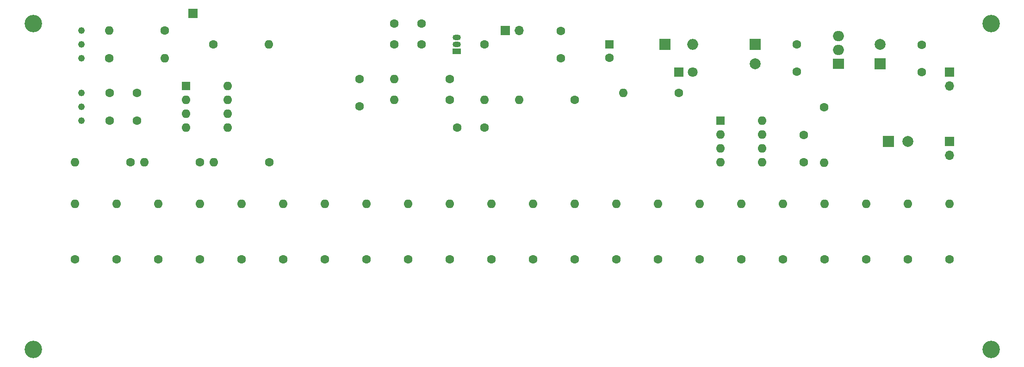
<source format=gbs>
%TF.GenerationSoftware,KiCad,Pcbnew,7.0.7*%
%TF.CreationDate,2023-11-25T21:21:33+09:00*%
%TF.ProjectId,StylophoneV1,5374796c-6f70-4686-9f6e-6556312e6b69,rev?*%
%TF.SameCoordinates,Original*%
%TF.FileFunction,Soldermask,Bot*%
%TF.FilePolarity,Negative*%
%FSLAX46Y46*%
G04 Gerber Fmt 4.6, Leading zero omitted, Abs format (unit mm)*
G04 Created by KiCad (PCBNEW 7.0.7) date 2023-11-25 21:21:33*
%MOMM*%
%LPD*%
G01*
G04 APERTURE LIST*
%ADD10C,3.200000*%
%ADD11R,1.700000X1.700000*%
%ADD12O,1.700000X1.700000*%
%ADD13O,2.000000X1.905000*%
%ADD14R,2.000000X1.905000*%
%ADD15O,1.600000X1.600000*%
%ADD16R,1.600000X1.600000*%
%ADD17C,1.600000*%
%ADD18C,1.240000*%
%ADD19O,1.500000X1.050000*%
%ADD20R,1.500000X1.050000*%
%ADD21C,1.800000*%
%ADD22R,1.800000X1.800000*%
%ADD23O,2.000000X2.000000*%
%ADD24R,2.000000X2.000000*%
%ADD25C,2.000000*%
G04 APERTURE END LIST*
D10*
%TO.C,H4*%
X236220000Y-128270000D03*
%TD*%
%TO.C,H3*%
X236220000Y-68580000D03*
%TD*%
%TO.C,H2*%
X60960000Y-128270000D03*
%TD*%
%TO.C,H1*%
X60960000Y-68580000D03*
%TD*%
D11*
%TO.C,J2*%
X90170000Y-66675000D03*
%TD*%
%TO.C,LS1*%
X228600000Y-90170000D03*
D12*
X228600000Y-92710000D03*
%TD*%
D11*
%TO.C,J1*%
X228600000Y-77465000D03*
D12*
X228600000Y-80005000D03*
%TD*%
D13*
%TO.C,U3*%
X208280000Y-70810000D03*
X208280000Y-73350000D03*
D14*
X208280000Y-75890000D03*
%TD*%
D15*
%TO.C,U2*%
X194320000Y-86370000D03*
X194320000Y-88910000D03*
X194320000Y-91450000D03*
X194320000Y-93990000D03*
X186700000Y-93990000D03*
X186700000Y-91450000D03*
X186700000Y-88910000D03*
D16*
X186700000Y-86370000D03*
%TD*%
D15*
%TO.C,U1*%
X96520000Y-80010000D03*
X96520000Y-82550000D03*
X96520000Y-85090000D03*
X96520000Y-87630000D03*
X88900000Y-87630000D03*
X88900000Y-85090000D03*
X88900000Y-82550000D03*
D16*
X88900000Y-80010000D03*
%TD*%
D12*
%TO.C,SW1*%
X149860000Y-69850000D03*
D11*
X147320000Y-69850000D03*
%TD*%
D15*
%TO.C,R36*%
X168910000Y-81280000D03*
D17*
X179070000Y-81280000D03*
%TD*%
D15*
%TO.C,R35*%
X205660000Y-94020000D03*
D17*
X205660000Y-83860000D03*
%TD*%
D15*
%TO.C,R34*%
X228600000Y-101600000D03*
D17*
X228600000Y-111760000D03*
%TD*%
D18*
%TO.C,R33*%
X69840000Y-81270000D03*
X69840000Y-83810000D03*
X69840000Y-86350000D03*
%TD*%
D15*
%TO.C,R32*%
X220980000Y-101600000D03*
D17*
X220980000Y-111760000D03*
%TD*%
D15*
%TO.C,R31*%
X213360000Y-101600000D03*
D17*
X213360000Y-111760000D03*
%TD*%
D15*
%TO.C,R30*%
X205740000Y-101600000D03*
D17*
X205740000Y-111760000D03*
%TD*%
D15*
%TO.C,R29*%
X198120000Y-101600000D03*
D17*
X198120000Y-111760000D03*
%TD*%
D15*
%TO.C,R28*%
X190500000Y-101600000D03*
D17*
X190500000Y-111760000D03*
%TD*%
D15*
%TO.C,R27*%
X182880000Y-101600000D03*
D17*
X182880000Y-111760000D03*
%TD*%
D15*
%TO.C,R26*%
X175260000Y-101600000D03*
D17*
X175260000Y-111760000D03*
%TD*%
D15*
%TO.C,R25*%
X167640000Y-101600000D03*
D17*
X167640000Y-111760000D03*
%TD*%
D15*
%TO.C,R24*%
X160020000Y-101600000D03*
D17*
X160020000Y-111760000D03*
%TD*%
D15*
%TO.C,R23*%
X152400000Y-101600000D03*
D17*
X152400000Y-111760000D03*
%TD*%
D15*
%TO.C,R22*%
X144780000Y-101600000D03*
D17*
X144780000Y-111760000D03*
%TD*%
D15*
%TO.C,R21*%
X137160000Y-101600000D03*
D17*
X137160000Y-111760000D03*
%TD*%
D15*
%TO.C,R20*%
X129540000Y-101600000D03*
D17*
X129540000Y-111760000D03*
%TD*%
D15*
%TO.C,R19*%
X121920000Y-101600000D03*
D17*
X121920000Y-111760000D03*
%TD*%
D15*
%TO.C,R18*%
X114300000Y-101600000D03*
D17*
X114300000Y-111760000D03*
%TD*%
D15*
%TO.C,R17*%
X106680000Y-101600000D03*
D17*
X106680000Y-111760000D03*
%TD*%
D15*
%TO.C,R16*%
X99060000Y-101600000D03*
D17*
X99060000Y-111760000D03*
%TD*%
D15*
%TO.C,R15*%
X91440000Y-101600000D03*
D17*
X91440000Y-111760000D03*
%TD*%
D15*
%TO.C,R14*%
X83820000Y-101600000D03*
D17*
X83820000Y-111760000D03*
%TD*%
D15*
%TO.C,R13*%
X76200000Y-101600000D03*
D17*
X76200000Y-111760000D03*
%TD*%
D15*
%TO.C,R12*%
X68580000Y-101600000D03*
D17*
X68580000Y-111760000D03*
%TD*%
D15*
%TO.C,R11*%
X68580000Y-93980000D03*
D17*
X78740000Y-93980000D03*
%TD*%
D15*
%TO.C,R10*%
X81280000Y-93980000D03*
D17*
X91440000Y-93980000D03*
%TD*%
D15*
%TO.C,R9*%
X93980000Y-93980000D03*
D17*
X104140000Y-93980000D03*
%TD*%
D15*
%TO.C,R8*%
X127000000Y-78740000D03*
D17*
X137160000Y-78740000D03*
%TD*%
D15*
%TO.C,R7*%
X127000000Y-82550000D03*
D17*
X137160000Y-82550000D03*
%TD*%
D15*
%TO.C,R6*%
X143510000Y-82550000D03*
D17*
X143510000Y-72390000D03*
%TD*%
D15*
%TO.C,R5*%
X149860000Y-82550000D03*
D17*
X160020000Y-82550000D03*
%TD*%
D15*
%TO.C,R4*%
X104130000Y-72380000D03*
D17*
X93970000Y-72380000D03*
%TD*%
D15*
%TO.C,R3*%
X85080000Y-74920000D03*
D17*
X74920000Y-74920000D03*
%TD*%
D18*
%TO.C,R2*%
X69840000Y-69840000D03*
X69840000Y-72380000D03*
X69840000Y-74920000D03*
%TD*%
D15*
%TO.C,R1*%
X74920000Y-69840000D03*
D17*
X85080000Y-69840000D03*
%TD*%
D19*
%TO.C,Q1*%
X138430000Y-71120000D03*
X138430000Y-72390000D03*
D20*
X138430000Y-73660000D03*
%TD*%
D21*
%TO.C,D2*%
X181610000Y-77470000D03*
D22*
X179070000Y-77470000D03*
%TD*%
D23*
%TO.C,D1*%
X181610000Y-72390000D03*
D24*
X176530000Y-72390000D03*
%TD*%
D17*
%TO.C,C14*%
X223520000Y-72470000D03*
X223520000Y-77470000D03*
%TD*%
%TO.C,C13*%
X200660000Y-77390000D03*
X200660000Y-72390000D03*
%TD*%
D25*
%TO.C,C12*%
X215900000Y-72390000D03*
D24*
X215900000Y-75890000D03*
%TD*%
D25*
%TO.C,C11*%
X193040000Y-75890000D03*
D24*
X193040000Y-72390000D03*
%TD*%
D17*
%TO.C,C10*%
X201930000Y-93940000D03*
X201930000Y-88940000D03*
%TD*%
D24*
%TO.C,C9*%
X217480000Y-90170000D03*
D25*
X220980000Y-90170000D03*
%TD*%
D17*
%TO.C,C8*%
X75000000Y-86350000D03*
X80000000Y-86350000D03*
%TD*%
%TO.C,C7*%
X79960000Y-81270000D03*
X74960000Y-81270000D03*
%TD*%
%TO.C,C6*%
X132040000Y-72390000D03*
X127040000Y-72390000D03*
%TD*%
%TO.C,C5*%
X120650000Y-78740000D03*
X120650000Y-83740000D03*
%TD*%
%TO.C,C4*%
X138510000Y-87630000D03*
X143510000Y-87630000D03*
%TD*%
%TO.C,C3*%
X132040000Y-68580000D03*
X127040000Y-68580000D03*
%TD*%
%TO.C,C2*%
X166370000Y-74850000D03*
D16*
X166370000Y-72350000D03*
%TD*%
D17*
%TO.C,C1*%
X157480000Y-74930000D03*
X157480000Y-69930000D03*
%TD*%
M02*

</source>
